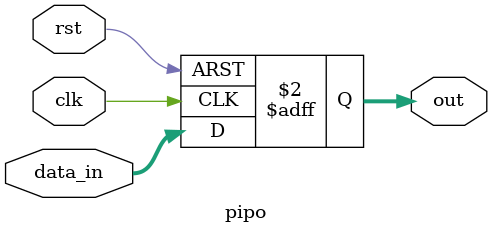
<source format=v>
`timescale 1ns / 1ps

module pipo(input clk,
            input rst,
            input [3:0] data_in,
            output reg[3:0] out);
            always @(posedge clk or posedge rst)
            begin 
                 if(rst) begin
                 out <= 4'b0000;
                 end
                 else 
                 begin 
                 out <= data_in;
                 end
            end
endmodule

</source>
